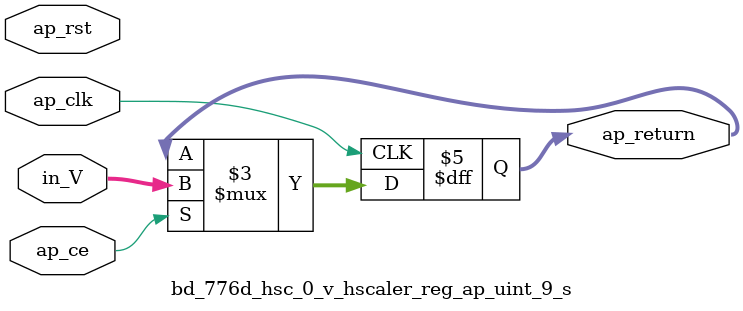
<source format=v>

`timescale 1 ns / 1 ps 

module bd_776d_hsc_0_v_hscaler_reg_ap_uint_9_s (
        ap_clk,
        ap_rst,
        in_V,
        ap_return,
        ap_ce
);


input   ap_clk;
input   ap_rst;
input  [8:0] in_V;
output  [8:0] ap_return;
input   ap_ce;

reg[8:0] ap_return;

always @ (posedge ap_clk) begin
    if ((1'b1 == ap_ce)) begin
        ap_return <= in_V;
    end
end

endmodule //bd_776d_hsc_0_v_hscaler_reg_ap_uint_9_s

</source>
